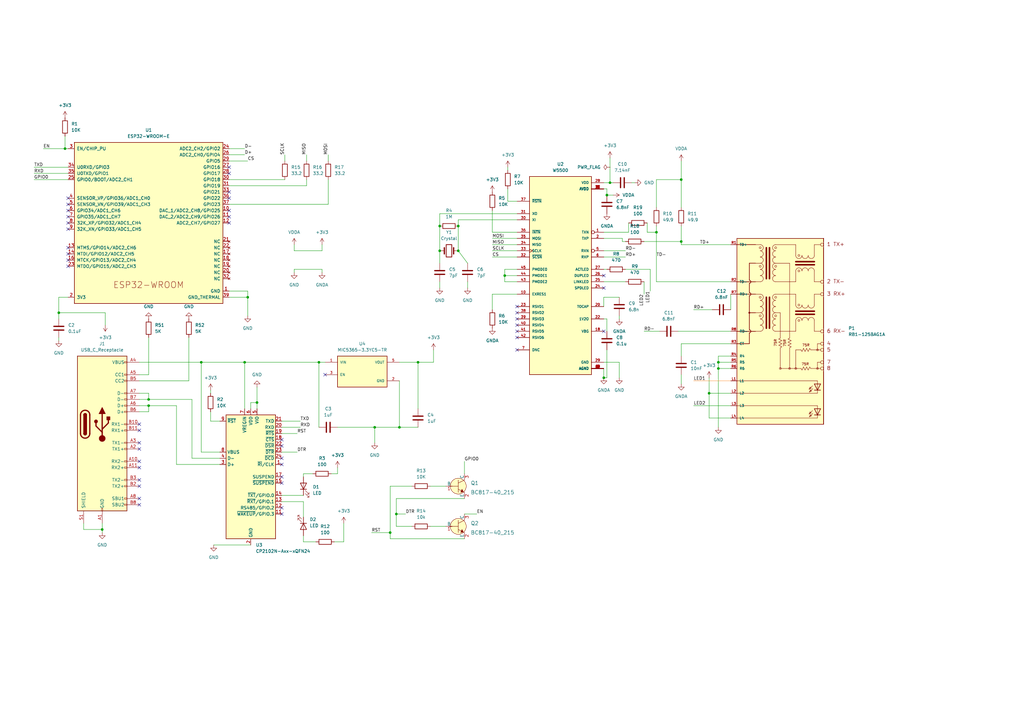
<source format=kicad_sch>
(kicad_sch (version 20211123) (generator eeschema)
  (paper "A3")
  (title_block (title "Bababooey Test Board") (rev "1"))
  (lib_symbols
    (symbol "Amplifier_Audio:W5500" (pin_names (offset 1.016))
      (property "Reference" "U" (at -12.7254 42.0116 0))
      (property "Value" "W5500" (at -12.7508 -43.3578 0))
      (symbol "W5500_0_0"
        (pin output inverted (at 17.78 17.78 180) (length 5.08) (name "TXN") (number "1"))
        (pin bidirectional line (at -17.78 -7.62 0) (length 5.08) (name "EXRES1") (number "10"))
        (pin power_in line (at 17.78 35.56 180) (length 5.08) (name "AVDD") (number "11"))
        (pin power_in line (at 17.78 -38.1 180) (length 5.08) (name "AGND") (number "14"))
        (pin power_in line (at 17.78 35.56 180) (length 5.08) (name "AVDD") (number "15"))
        (pin power_in line (at 17.78 -38.1 180) (length 5.08) (name "AGND") (number "16"))
        (pin power_in line (at 17.78 35.56 180) (length 5.08) (name "AVDD") (number "17"))
        (pin output line (at 17.78 -22.86 180) (length 5.08) (name "VBG") (number "18"))
        (pin power_in line (at 17.78 -38.1 180) (length 5.08) (name "AGND") (number "19"))
        (pin output line (at 17.78 15.24 180) (length 5.08) (name "TXP") (number "2"))
        (pin output line (at 17.78 -12.7 180) (length 5.08) (name "TOCAP") (number "20"))
        (pin power_in line (at 17.78 35.56 180) (length 5.08) (name "AVDD") (number "21"))
        (pin output line (at 17.78 -17.78 180) (length 5.08) (name "1V2O") (number "22"))
        (pin input line (at -17.78 -12.7 0) (length 5.08) (name "RSVD1") (number "23"))
        (pin output line (at 17.78 -5.08 180) (length 5.08) (name "SPDLED") (number "24"))
        (pin output line (at 17.78 -2.54 180) (length 5.08) (name "LINKLED") (number "25"))
        (pin output line (at 17.78 0 180) (length 5.08) (name "DUPLED") (number "26"))
        (pin output line (at 17.78 2.54 180) (length 5.08) (name "ACTLED") (number "27"))
        (pin power_in line (at 17.78 38.1 180) (length 5.08) (name "VDD") (number "28"))
        (pin passive line (at 17.78 -35.56 180) (length 5.08) (name "GND") (number "29"))
        (pin power_in line (at 17.78 -38.1 180) (length 5.08) (name "AGND") (number "3"))
        (pin input line (at -17.78 22.86 0) (length 5.08) (name "XI") (number "30"))
        (pin output line (at -17.78 25.4 0) (length 5.08) (name "XO") (number "31"))
        (pin input line (at -17.78 7.62 0) (length 5.08) (name "~{SCSN}") (number "32"))
        (pin input clock (at -17.78 10.16 0) (length 5.08) (name "SCLK") (number "33"))
        (pin output line (at -17.78 12.7 0) (length 5.08) (name "MISO") (number "34"))
        (pin input line (at -17.78 15.24 0) (length 5.08) (name "MOSI") (number "35"))
        (pin input line (at -17.78 17.78 0) (length 5.08) (name "~{INTN}") (number "36"))
        (pin input line (at -17.78 30.48 0) (length 5.08) (name "~{RSTN}") (number "37"))
        (pin input line (at -17.78 -15.24 0) (length 5.08) (name "RSVD2") (number "38"))
        (pin input line (at -17.78 -17.78 0) (length 5.08) (name "RSVD3") (number "39"))
        (pin power_in line (at 17.78 35.56 180) (length 5.08) (name "AVDD") (number "4"))
        (pin input line (at -17.78 -20.32 0) (length 5.08) (name "RSVD4") (number "40"))
        (pin input line (at -17.78 -22.86 0) (length 5.08) (name "RSVD5") (number "41"))
        (pin input line (at -17.78 -25.4 0) (length 5.08) (name "RSVD6") (number "42"))
        (pin input line (at -17.78 -2.54 0) (length 5.08) (name "PMODE2") (number "43"))
        (pin input line (at -17.78 0 0) (length 5.08) (name "PMODE1") (number "44"))
        (pin input line (at -17.78 2.54 0) (length 5.08) (name "PMODE0") (number "45"))
        (pin power_in line (at 17.78 -38.1 180) (length 5.08) (name "AGND") (number "48"))
        (pin input inverted (at 17.78 10.16 180) (length 5.08) (name "RXN") (number "5"))
        (pin input line (at 17.78 7.62 180) (length 5.08) (name "RXP") (number "6"))
        (pin bidirectional line (at -17.78 -30.48 0) (length 5.08) (name "DNC") (number "7"))
        (pin power_in line (at 17.78 35.56 180) (length 5.08) (name "AVDD") (number "8"))
        (pin power_in line (at 17.78 -38.1 180) (length 5.08) (name "AGND") (number "9"))
      )
    )
    (symbol "Connector:USB_C_Receptacle" (pin_names (offset 1.016))
      (property "Reference" "J" (at -10.16 29.21 0))
      (property "Value" "USB_C_Receptacle" (at 10.16 29.21 0))
      (symbol "USB_C_Receptacle_1_1"
        (pin passive line (at 0 -40.64 90) (length 5.08) (name "GND") (number "A1"))
        (pin bidirectional line (at 15.24 -15.24 180) (length 5.08) (name "RX2-") (number "A10"))
        (pin bidirectional line (at 15.24 -17.78 180) (length 5.08) (name "RX2+") (number "A11"))
        (pin passive line (at 0 -40.64 90) (length 5.08) hide (name "GND") (number "A12"))
        (pin bidirectional line (at 15.24 -10.16 180) (length 5.08) (name "TX1+") (number "A2"))
        (pin bidirectional line (at 15.24 -7.62 180) (length 5.08) (name "TX1-") (number "A3"))
        (pin passive line (at 15.24 25.4 180) (length 5.08) (name "VBUS") (number "A4"))
        (pin bidirectional line (at 15.24 20.32 180) (length 5.08) (name "CC1") (number "A5"))
        (pin bidirectional line (at 15.24 7.62 180) (length 5.08) (name "D+") (number "A6"))
        (pin bidirectional line (at 15.24 12.7 180) (length 5.08) (name "D-") (number "A7"))
        (pin bidirectional line (at 15.24 -30.48 180) (length 5.08) (name "SBU1") (number "A8"))
        (pin passive line (at 15.24 25.4 180) (length 5.08) hide (name "VBUS") (number "A9"))
        (pin passive line (at 0 -40.64 90) (length 5.08) hide (name "GND") (number "B1"))
        (pin bidirectional line (at 15.24 0 180) (length 5.08) (name "RX1-") (number "B10"))
        (pin bidirectional line (at 15.24 -2.54 180) (length 5.08) (name "RX1+") (number "B11"))
        (pin passive line (at 0 -40.64 90) (length 5.08) hide (name "GND") (number "B12"))
        (pin bidirectional line (at 15.24 -25.4 180) (length 5.08) (name "TX2+") (number "B2"))
        (pin bidirectional line (at 15.24 -22.86 180) (length 5.08) (name "TX2-") (number "B3"))
        (pin passive line (at 15.24 25.4 180) (length 5.08) hide (name "VBUS") (number "B4"))
        (pin bidirectional line (at 15.24 17.78 180) (length 5.08) (name "CC2") (number "B5"))
        (pin bidirectional line (at 15.24 5.08 180) (length 5.08) (name "D+") (number "B6"))
        (pin bidirectional line (at 15.24 10.16 180) (length 5.08) (name "D-") (number "B7"))
        (pin bidirectional line (at 15.24 -33.02 180) (length 5.08) (name "SBU2") (number "B8"))
        (pin passive line (at 15.24 25.4 180) (length 5.08) hide (name "VBUS") (number "B9"))
        (pin passive line (at -7.62 -40.64 90) (length 5.08) (name "SHIELD") (number "S1"))
      )
    )
    (symbol "Device:C" (pin_numbers hide) (pin_names (offset 0.254))
      (property "Reference" "C" (at 0.635 2.54 0))
      (property "Value" "C" (at 0.635 -2.54 0))
      (symbol "C_1_1"
        (pin passive line (at 0 3.81 270) (length 2.794) (name "~") (number "1"))
        (pin passive line (at 0 -3.81 90) (length 2.794) (name "~") (number "2"))
      )
    )
    (symbol "Device:Crystal" (pin_numbers hide) (pin_names (offset 1.016) hide)
      (property "Reference" "Y" (at 0 3.81 0))
      (property "Value" "Crystal" (at 0 -3.81 0))
      (symbol "Crystal_1_1"
        (pin passive line (at -3.81 0 0) (length 1.27) (name "1") (number "1"))
        (pin passive line (at 3.81 0 180) (length 1.27) (name "2") (number "2"))
      )
    )
    (symbol "Device:LED" (pin_numbers hide) (pin_names (offset 1.016) hide)
      (property "Reference" "D" (at 0 2.54 0))
      (property "Value" "LED" (at 0 -2.54 0))
      (symbol "LED_1_1"
        (pin passive line (at -3.81 0 0) (length 2.54) (name "K") (number "1"))
        (pin passive line (at 3.81 0 180) (length 2.54) (name "A") (number "2"))
      )
    )
    (symbol "Device:R" (pin_numbers hide) (pin_names (offset 0))
      (property "Reference" "R" (at 2.032 0 90))
      (property "Value" "R" (at 0 0 90))
      (symbol "R_1_1"
        (pin passive line (at 0 3.81 270) (length 1.27) (name "~") (number "1"))
        (pin passive line (at 0 -3.81 90) (length 1.27) (name "~") (number "2"))
      )
    )
    (symbol "Espressif:ESP32-WROOM-E" (pin_names (offset 1.016))
      (property "Reference" "U" (at -30.48 38.1 0))
      (property "Value" "ESP32-WROOM-E" (at -30.48 35.56 0))
      (symbol "ESP32-WROOM-E_1_1"
        (text "ESP32-­WROOM­" (at 0 -25.4 0) (effects (font (size 2.54 2.54))))
        (pin power_in line (at 33.02 -27.94 180) (length 2.54) (name "GND") (number "1"))
        (pin bidirectional line (at 33.02 5.08 180) (length 2.54) (name "DAC_1/ADC2_CH8/GPIO25") (number "10"))
        (pin bidirectional line (at 33.02 2.54 180) (length 2.54) (name "DAC_2/ADC2_CH9/GPIO26") (number "11"))
        (pin bidirectional line (at 33.02 0 180) (length 2.54) (name "ADC2_CH7/GPIO27") (number "12"))
        (pin bidirectional line (at -33.02 -10.16 0) (length 2.54) (name "MTMS/GPIO14/ADC2_CH6") (number "13"))
        (pin bidirectional line (at -33.02 -12.7 0) (length 2.54) (name "MTDI/GPIO12/ADC2_CH5") (number "14"))
        (pin passive line (at 33.02 -27.94 180) (length 2.54) hide (name "GND") (number "15"))
        (pin bidirectional line (at -33.02 -15.24 0) (length 2.54) (name "MTCK/GPIO13/ADC2_CH4") (number "16"))
        (pin no_connect line (at 33.02 -12.7 180) (length 2.54) (name "NC") (number "17"))
        (pin no_connect line (at 33.02 -15.24 180) (length 2.54) (name "NC") (number "18"))
        (pin no_connect line (at 33.02 -17.78 180) (length 2.54) (name "NC") (number "19"))
        (pin power_in line (at -33.02 -30.48 0) (length 2.54) (name "3V3") (number "2"))
        (pin no_connect line (at 33.02 -20.32 180) (length 2.54) (name "NC") (number "20"))
        (pin no_connect line (at 33.02 -7.62 180) (length 2.54) (name "NC") (number "21"))
        (pin no_connect line (at 33.02 -10.16 180) (length 2.54) (name "NC") (number "22"))
        (pin bidirectional line (at -33.02 -17.78 0) (length 2.54) (name "MTDO/GPIO15/ADC2_CH3") (number "23"))
        (pin bidirectional line (at 33.02 30.48 180) (length 2.54) (name "ADC2_CH2/GPIO2") (number "24"))
        (pin bidirectional line (at -33.02 17.78 0) (length 2.54) (name "GPIO0/BOOT/ADC2_CH1") (number "25"))
        (pin bidirectional line (at 33.02 27.94 180) (length 2.54) (name "ADC2_CH0/GPIO4") (number "26"))
        (pin bidirectional line (at 33.02 22.86 180) (length 2.54) (name "GPIO16") (number "27"))
        (pin bidirectional line (at 33.02 20.32 180) (length 2.54) (name "GPIO17") (number "28"))
        (pin bidirectional line (at 33.02 25.4 180) (length 2.54) (name "GPIO5") (number "29"))
        (pin input line (at -33.02 30.48 0) (length 2.54) (name "EN/CHIP_PU") (number "3"))
        (pin bidirectional line (at 33.02 17.78 180) (length 2.54) (name "GPIO18") (number "30"))
        (pin bidirectional line (at 33.02 15.24 180) (length 2.54) (name "GPIO19") (number "31"))
        (pin no_connect line (at 33.02 -22.86 180) (length 2.54) (name "NC") (number "32"))
        (pin bidirectional line (at 33.02 12.7 180) (length 2.54) (name "GPIO21") (number "33"))
        (pin bidirectional line (at -33.02 22.86 0) (length 2.54) (name "U0RXD/GPIO3") (number "34"))
        (pin bidirectional line (at -33.02 20.32 0) (length 2.54) (name "U0TXD/GPIO1") (number "35"))
        (pin bidirectional line (at 33.02 10.16 180) (length 2.54) (name "GPIO22") (number "36"))
        (pin bidirectional line (at 33.02 7.62 180) (length 2.54) (name "GPIO23") (number "37"))
        (pin passive line (at 33.02 -27.94 180) (length 2.54) hide (name "GND") (number "38"))
        (pin power_in line (at 33.02 -30.48 180) (length 2.54) (name "GND_THERMAL") (number "39"))
        (pin input line (at -33.02 10.16 0) (length 2.54) (name "SENSOR_VP/GPIO36/ADC1_CH0") (number "4"))
        (pin input line (at -33.02 7.62 0) (length 2.54) (name "SENSOR_VN/GPIO39/ADC1_CH3") (number "5"))
        (pin input line (at -33.02 5.08 0) (length 2.54) (name "GPIO34/ADC1_CH6") (number "6"))
        (pin input line (at -33.02 2.54 0) (length 2.54) (name "GPIO35/ADC1_CH7") (number "7"))
        (pin bidirectional line (at -33.02 0 0) (length 2.54) (name "32K_XP/GPIO32/ADC1_CH4") (number "8"))
        (pin bidirectional line (at -33.02 -2.54 0) (length 2.54) (name "32K_XN/GPIO33/ADC1_CH5") (number "9"))
      )
    )
    (symbol "Interface_USB:CP2102N-Axx-xQFN24"
      (property "Reference" "U" (at -8.89 26.67 0))
      (property "Value" "CP2102N-Axx-xQFN24" (at 13.97 26.67 0))
      (symbol "CP2102N-Axx-xQFN24_1_1"
        (pin bidirectional line (at 12.7 5.08 180) (length 2.54) (name "~{RI}/CLK") (number "1"))
        (pin no_connect line (at -10.16 -22.86 0) (length 2.54) hide (name "NC") (number "10"))
        (pin bidirectional line (at 12.7 -15.24 180) (length 2.54) (name "~{WAKEUP}/GPIO.3") (number "11"))
        (pin bidirectional line (at 12.7 -12.7 180) (length 2.54) (name "RS485/GPIO.2") (number "12"))
        (pin bidirectional line (at 12.7 -10.16 180) (length 2.54) (name "~{RXT}/GPIO.1") (number "13"))
        (pin bidirectional line (at 12.7 -7.62 180) (length 2.54) (name "~{TXT}/GPIO.0") (number "14"))
        (pin output line (at 12.7 -2.54 180) (length 2.54) (name "~{SUSPEND}") (number "15"))
        (pin no_connect line (at 10.16 -22.86 180) (length 2.54) hide (name "NC") (number "16"))
        (pin output line (at 12.7 0 180) (length 2.54) (name "SUSPEND") (number "17"))
        (pin input line (at 12.7 15.24 180) (length 2.54) (name "~{CTS}") (number "18"))
        (pin output line (at 12.7 17.78 180) (length 2.54) (name "~{RTS}") (number "19"))
        (pin power_in line (at 0 -27.94 90) (length 2.54) (name "GND") (number "2"))
        (pin input line (at 12.7 20.32 180) (length 2.54) (name "RXD") (number "20"))
        (pin output line (at 12.7 22.86 180) (length 2.54) (name "TXD") (number "21"))
        (pin input line (at 12.7 12.7 180) (length 2.54) (name "~{DSR}") (number "22"))
        (pin output line (at 12.7 10.16 180) (length 2.54) (name "~{DTR}") (number "23"))
        (pin input line (at 12.7 7.62 180) (length 2.54) (name "~{DCD}") (number "24"))
        (pin passive line (at 0 -27.94 90) (length 2.54) hide (name "GND") (number "25"))
        (pin bidirectional line (at -12.7 5.08 0) (length 2.54) (name "D+") (number "3"))
        (pin bidirectional line (at -12.7 7.62 0) (length 2.54) (name "D-") (number "4"))
        (pin power_in line (at 2.54 27.94 270) (length 2.54) (name "VIO") (number "5"))
        (pin power_in line (at 0 27.94 270) (length 2.54) (name "VDD") (number "6"))
        (pin power_in line (at -2.54 27.94 270) (length 2.54) (name "VREGIN") (number "7"))
        (pin input line (at -12.7 10.16 0) (length 2.54) (name "VBUS") (number "8"))
        (pin input line (at -12.7 22.86 0) (length 2.54) (name "~{RST}") (number "9"))
      )
    )
    (symbol "MIC5365-3.3YC5-TR:MIC5365-3.3YC5-TR" (pin_names (offset 1.016))
      (property "Reference" "U" (at -10.16 6.35 0))
      (property "Value" "MIC5365-3.3YC5-TR" (at -10.16 -8.89 0))
      (symbol "MIC5365-3.3YC5-TR_0_0"
        (pin input line (at -15.24 2.54 0) (length 5.08) (name "VIN") (number "1"))
        (pin power_in line (at 15.24 -5.08 180) (length 5.08) (name "GND") (number "2"))
        (pin input line (at -15.24 -2.54 0) (length 5.08) (name "EN") (number "3"))
        (pin output line (at 15.24 2.54 180) (length 5.08) (name "VOUT") (number "5"))
      )
    )
    (symbol "RB1-125BAG1A:RB1-125BAG1A" (pin_names (offset 1.016))
      (property "Reference" "P" (at -17.8054 39.4208 0))
      (property "Value" "RB1-125BAG1A" (at -17.78 -40.64 0))
      (symbol "RB1-125BAG1A_0_0"
        (text "1 TX+" (at 19.0754 34.8488 0) (effects (font (size 1.524 1.524)) (justify left bottom)))
        (text "2 TX-" (at 19.0754 19.5834 0) (effects (font (size 1.524 1.524)) (justify left bottom)))
        (text "3 RX+" (at 19.0754 14.5034 0) (effects (font (size 1.524 1.524)) (justify left bottom)))
        (text "4" (at 19.0754 -5.842 0) (effects (font (size 1.524 1.524)) (justify left bottom)))
        (text "5" (at 19.0754 -8.382 0) (effects (font (size 1.524 1.524)) (justify left bottom)))
        (text "6 RX-" (at 19.0754 -0.762 0) (effects (font (size 1.524 1.524)) (justify left bottom)))
        (text "7" (at 19.0754 -13.4874 0) (effects (font (size 1.524 1.524)) (justify left bottom)))
        (text "75R" (at -1.397 -6.223 900) (effects (font (size 1.016 1.016)) (justify left bottom)))
        (text "75R" (at 2.413 -6.35 900) (effects (font (size 1.016 1.016)) (justify left bottom)))
        (text "75R" (at 8.636 -13.9954 0) (effects (font (size 1.016 1.016)) (justify left bottom)))
        (text "75R" (at 8.9154 -6.223 0) (effects (font (size 1.016 1.016)) (justify left bottom)))
        (text "8" (at 19.05 -16.002 0) (effects (font (size 1.524 1.524)) (justify left bottom)))
        (pin passive line (at -20.32 -20.32 0) (length 2.54) (name "L1") (number "L1"))
        (pin passive line (at -20.32 -25.4 0) (length 2.54) (name "L2") (number "L2"))
        (pin passive line (at -20.32 -30.48 0) (length 2.54) (name "L3") (number "L3"))
        (pin passive line (at -20.32 -35.56 0) (length 2.54) (name "L4") (number "L4"))
        (pin input line (at -20.32 35.56 0) (length 2.54) (name "TD+") (number "R1"))
        (pin input line (at -20.32 20.32 0) (length 2.54) (name "TD-") (number "R2"))
        (pin input line (at -20.32 -5.08 0) (length 2.54) (name "CT") (number "R3"))
        (pin input line (at -20.32 -10.16 0) (length 2.54) (name "R4") (number "R4"))
        (pin input line (at -20.32 -12.7 0) (length 2.54) (name "R5") (number "R5"))
        (pin input line (at -20.32 -15.24 0) (length 2.54) (name "R6") (number "R6"))
        (pin input line (at -20.32 15.24 0) (length 2.54) (name "RD+") (number "R7"))
        (pin input line (at -20.32 0 0) (length 2.54) (name "RD-") (number "R8"))
      )
    )
    (symbol "dk_Transistors-Bipolar-BJT-Single:BC817-40_215" (pin_names (offset 0))
      (property "Reference" "Q" (at -3.2004 4.2164 0))
      (property "Value" "BC817-40_215" (at 5.2324 0 90))
      (symbol "BC817-40_215_1_1"
        (pin input line (at -5.08 0 0) (length 2.54) (name "B") (number "1"))
        (pin passive line (at 2.54 -5.08 90) (length 2.54) (name "E") (number "2"))
        (pin passive line (at 2.54 5.08 270) (length 2.54) (name "C") (number "3"))
      )
    )
    (symbol "power:+3.3V" (power) (pin_names (offset 0))
      (property "Value" "+3.3V" (at 0 3.556 0))
      (symbol "+3.3V_1_1"
        (pin power_in line (at 0 0 90) (length 0) hide (name "+3V3") (number "1"))
      )
    )
    (symbol "power:GND" (power) (pin_names (offset 0))
      (property "Value" "GND" (at 0 -3.81 0))
      (symbol "GND_1_1"
        (pin power_in line (at 0 0 270) (length 0) hide (name "GND") (number "1"))
      )
    )
    (symbol "power:GNDA" (power) (pin_names (offset 0))
      (property "Value" "GNDA" (at 0 -3.81 0))
      (symbol "GNDA_1_1"
        (pin power_in line (at 0 0 270) (length 0) hide (name "GNDA") (number "1"))
      )
    )
    (symbol "power:PWR_FLAG" (power) (pin_numbers hide) (pin_names (offset 0) hide)
      (property "Value" "PWR_FLAG" (at 0 3.81 0))
      (symbol "PWR_FLAG_0_0"
        (pin power_out line (at 0 0 90) (length 0) (name "pwr") (number "1"))
      )
    )
    (symbol "power:VDDA" (power) (pin_names (offset 0))
      (property "Value" "VDDA" (at 0 3.81 0))
      (symbol "VDDA_1_1"
        (pin power_in line (at 0 0 90) (length 0) hide (name "VDDA") (number "1"))
      )
    )
  )
  (junction (at 294.64 151.13))
  (junction (at 294.64 148.59))
  (junction (at 171.45 148.59))
  (junction (at 250.19 74.93))
  (junction (at 24.13 128.27))
  (junction (at 82.55 148.59))
  (junction (at 207.01 113.03))
  (junction (at 101.6 121.92))
  (junction (at 248.92 80.01))
  (junction (at 269.24 95.25))
  (junction (at 26.67 60.96))
  (junction (at 187.96 92.71))
  (junction (at 41.91 217.17))
  (junction (at 130.81 148.59))
  (junction (at 163.83 175.26))
  (junction (at 60.96 163.83))
  (junction (at 279.4 73.66))
  (junction (at 279.4 99.06))
  (junction (at 180.34 102.87))
  (junction (at 290.83 161.29))
  (junction (at 162.56 210.82))
  (junction (at 105.41 165.1))
  (junction (at 153.67 175.26))
  (junction (at 247.65 154.94))
  (junction (at 60.96 166.37))
  (junction (at 100.33 148.59))
  (junction (at 187.96 102.87))
  (junction (at 160.02 218.44))
  (junction (at 180.34 92.71))
  (no_connect (at 57.15 181.61))
  (no_connect (at 57.15 173.99))
  (no_connect (at 93.98 71.12))
  (no_connect (at 93.98 68.58))
  (no_connect (at 93.98 78.74))
  (no_connect (at 93.98 86.36))
  (no_connect (at 93.98 81.28))
  (no_connect (at 93.98 88.9))
  (no_connect (at 93.98 91.44))
  (no_connect (at 27.94 83.82))
  (no_connect (at 27.94 86.36))
  (no_connect (at 27.94 88.9))
  (no_connect (at 27.94 91.44))
  (no_connect (at 27.94 93.98))
  (no_connect (at 27.94 81.28))
  (no_connect (at 27.94 106.68))
  (no_connect (at 27.94 109.22))
  (no_connect (at 27.94 101.6))
  (no_connect (at 27.94 104.14))
  (no_connect (at 115.57 182.88))
  (no_connect (at 115.57 180.34))
  (no_connect (at 115.57 187.96))
  (no_connect (at 133.35 153.67))
  (no_connect (at 115.57 208.28))
  (no_connect (at 115.57 210.82))
  (no_connect (at 57.15 196.85))
  (no_connect (at 57.15 207.01))
  (no_connect (at 57.15 199.39))
  (no_connect (at 57.15 204.47))
  (no_connect (at 57.15 189.23))
  (no_connect (at 57.15 191.77))
  (no_connect (at 57.15 184.15))
  (no_connect (at 57.15 176.53))
  (no_connect (at 212.09 143.51))
  (no_connect (at 247.65 118.11))
  (no_connect (at 247.65 135.89))
  (no_connect (at 247.65 113.03))
  (no_connect (at 115.57 198.12))
  (no_connect (at 115.57 190.5))
  (no_connect (at 115.57 195.58))
  (no_connect (at 212.09 125.73))
  (no_connect (at 212.09 128.27))
  (no_connect (at 212.09 130.81))
  (no_connect (at 212.09 133.35))
  (no_connect (at 212.09 135.89))
  (no_connect (at 212.09 138.43))
  (wire (pts (xy 254 148.59) (xy 254 154.94)))
  (wire (pts (xy 294.64 151.13) (xy 294.64 175.26)))
  (wire (pts (xy 299.72 127) (xy 299.72 120.65)))
  (wire (pts (xy 24.13 128.27) (xy 24.13 130.81)))
  (wire (pts (xy 290.83 171.45) (xy 299.72 171.45)))
  (wire (pts (xy 190.5 220.98) (xy 160.02 220.98)))
  (wire (pts (xy 132.08 100.33) (xy 132.08 102.87)))
  (wire (pts (xy 162.56 210.82) (xy 162.56 215.9)))
  (wire (pts (xy 265.43 91.44) (xy 265.43 95.25)))
  (wire (pts (xy 201.93 120.65) (xy 201.93 127)))
  (wire (pts (xy 93.98 83.82) (xy 134.62 83.82)))
  (wire (pts (xy 105.41 158.75) (xy 105.41 165.1)))
  (wire (pts (xy 187.96 92.71) (xy 187.96 102.87)))
  (wire (pts (xy 299.72 140.97) (xy 279.4 140.97)))
  (wire (pts (xy 93.98 121.92) (xy 101.6 121.92)))
  (wire (pts (xy 284.48 156.21) (xy 299.72 156.21)) (stroke (width 0) (color 255 153 66 1)))
  (wire (pts (xy 134.62 83.82) (xy 134.62 73.66)))
  (wire (pts (xy 247.65 97.79) (xy 255.27 97.79)))
  (wire (pts (xy 41.91 214.63) (xy 41.91 217.17)))
  (wire (pts (xy 247.65 115.57) (xy 256.54 115.57)))
  (wire (pts (xy 250.19 74.93) (xy 251.46 74.93)))
  (wire (pts (xy 57.15 156.21) (xy 77.47 156.21)))
  (wire (pts (xy 162.56 204.47) (xy 162.56 210.82)))
  (wire (pts (xy 247.65 102.87) (xy 256.54 102.87)))
  (wire (pts (xy 86.36 168.91) (xy 86.36 172.72)))
  (wire (pts (xy 269.24 73.66) (xy 279.4 73.66)))
  (wire (pts (xy 86.36 172.72) (xy 90.17 172.72)))
  (wire (pts (xy 101.6 121.92) (xy 101.6 129.54)))
  (wire (pts (xy 264.16 99.06) (xy 279.4 99.06)))
  (wire (pts (xy 171.45 148.59) (xy 177.8 148.59)))
  (wire (pts (xy 100.33 148.59) (xy 100.33 167.64)))
  (wire (pts (xy 160.02 199.39) (xy 160.02 218.44)))
  (wire (pts (xy 90.17 187.96) (xy 78.74 187.96)))
  (wire (pts (xy 247.65 151.13) (xy 247.65 154.94)))
  (wire (pts (xy 259.08 74.93) (xy 260.35 74.93)))
  (wire (pts (xy 279.4 66.04) (xy 279.4 73.66)))
  (wire (pts (xy 115.57 172.72) (xy 123.19 172.72)))
  (wire (pts (xy 60.96 168.91) (xy 60.96 166.37)))
  (wire (pts (xy 17.78 60.96) (xy 26.67 60.96)))
  (wire (pts (xy 82.55 148.59) (xy 82.55 185.42)))
  (wire (pts (xy 60.96 163.83) (xy 78.74 163.83)))
  (wire (pts (xy 255.27 99.06) (xy 255.27 97.79)))
  (wire (pts (xy 93.98 76.2) (xy 125.73 76.2)))
  (wire (pts (xy 187.96 92.71) (xy 187.96 90.17)))
  (wire (pts (xy 125.73 63.5) (xy 125.73 66.04)))
  (wire (pts (xy 299.72 148.59) (xy 294.64 148.59)))
  (wire (pts (xy 279.4 153.67) (xy 279.4 157.48)))
  (wire (pts (xy 180.34 92.71) (xy 180.34 102.87)))
  (wire (pts (xy 180.34 87.63) (xy 180.34 92.71)))
  (wire (pts (xy 208.28 68.58) (xy 208.28 69.85)))
  (wire (pts (xy 201.93 105.41) (xy 212.09 105.41)))
  (wire (pts (xy 138.43 175.26) (xy 153.67 175.26)))
  (wire (pts (xy 124.46 219.71) (xy 124.46 222.25)))
  (wire (pts (xy 140.97 214.63) (xy 140.97 222.25)))
  (wire (pts (xy 124.46 194.31) (xy 128.27 194.31)))
  (wire (pts (xy 130.81 148.59) (xy 130.81 175.26)))
  (wire (pts (xy 279.4 92.71) (xy 279.4 99.06)))
  (wire (pts (xy 256.54 110.49) (xy 266.7 110.49)))
  (wire (pts (xy 248.92 154.94) (xy 247.65 154.94)))
  (wire (pts (xy 266.7 110.49) (xy 266.7 119.38)))
  (wire (pts (xy 125.73 73.66) (xy 125.73 76.2)))
  (wire (pts (xy 160.02 199.39) (xy 168.91 199.39)))
  (wire (pts (xy 60.96 161.29) (xy 60.96 163.83)))
  (wire (pts (xy 207.01 110.49) (xy 212.09 110.49)))
  (wire (pts (xy 13.97 68.58) (xy 27.94 68.58)))
  (wire (pts (xy 34.29 217.17) (xy 41.91 217.17)))
  (wire (pts (xy 116.84 66.04) (xy 116.84 63.5)))
  (wire (pts (xy 24.13 128.27) (xy 43.18 128.27)))
  (wire (pts (xy 102.87 165.1) (xy 105.41 165.1)))
  (wire (pts (xy 124.46 222.25) (xy 129.54 222.25)))
  (wire (pts (xy 207.01 115.57) (xy 212.09 115.57)))
  (wire (pts (xy 124.46 205.74) (xy 124.46 212.09)))
  (wire (pts (xy 72.39 190.5) (xy 90.17 190.5)))
  (wire (pts (xy 247.65 121.92) (xy 254 121.92)))
  (wire (pts (xy 57.15 161.29) (xy 60.96 161.29)))
  (wire (pts (xy 207.01 113.03) (xy 207.01 110.49)))
  (wire (pts (xy 57.15 163.83) (xy 60.96 163.83)))
  (wire (pts (xy 256.54 99.06) (xy 255.27 99.06)))
  (wire (pts (xy 41.91 217.17) (xy 41.91 218.44)))
  (wire (pts (xy 290.83 161.29) (xy 299.72 161.29)))
  (wire (pts (xy 120.65 100.33) (xy 120.65 102.87)))
  (wire (pts (xy 82.55 148.59) (xy 100.33 148.59)))
  (wire (pts (xy 279.4 73.66) (xy 279.4 85.09)))
  (wire (pts (xy 163.83 156.21) (xy 163.83 175.26)))
  (wire (pts (xy 140.97 222.25) (xy 137.16 222.25)))
  (wire (pts (xy 269.24 115.57) (xy 299.72 115.57)))
  (wire (pts (xy 247.65 105.41) (xy 256.54 105.41)))
  (wire (pts (xy 257.81 91.44) (xy 257.81 95.25)))
  (wire (pts (xy 163.83 175.26) (xy 171.45 175.26)))
  (wire (pts (xy 248.92 130.81) (xy 248.92 135.89)))
  (wire (pts (xy 93.98 66.04) (xy 101.6 66.04)))
  (wire (pts (xy 162.56 215.9) (xy 168.91 215.9)))
  (wire (pts (xy 290.83 161.29) (xy 290.83 171.45)))
  (wire (pts (xy 269.24 95.25) (xy 269.24 115.57)))
  (wire (pts (xy 93.98 60.96) (xy 100.33 60.96)))
  (wire (pts (xy 102.87 167.64) (xy 102.87 165.1)))
  (wire (pts (xy 248.92 143.51) (xy 248.92 154.94)))
  (wire (pts (xy 279.4 140.97) (xy 279.4 146.05)))
  (wire (pts (xy 93.98 63.5) (xy 100.33 63.5)))
  (wire (pts (xy 250.19 64.77) (xy 250.19 74.93)))
  (wire (pts (xy 130.81 148.59) (xy 133.35 148.59)))
  (wire (pts (xy 57.15 168.91) (xy 60.96 168.91)))
  (wire (pts (xy 60.96 138.43) (xy 60.96 153.67)))
  (wire (pts (xy 269.24 85.09) (xy 269.24 73.66)))
  (wire (pts (xy 299.72 146.05) (xy 294.64 146.05)))
  (wire (pts (xy 120.65 102.87) (xy 132.08 102.87)))
  (wire (pts (xy 264.16 135.89) (xy 270.51 135.89)))
  (wire (pts (xy 24.13 138.43) (xy 24.13 139.7)))
  (wire (pts (xy 247.65 95.25) (xy 257.81 95.25)))
  (wire (pts (xy 176.53 199.39) (xy 182.88 199.39)))
  (wire (pts (xy 13.97 71.12) (xy 27.94 71.12)))
  (wire (pts (xy 171.45 148.59) (xy 171.45 167.64)))
  (wire (pts (xy 57.15 153.67) (xy 60.96 153.67)))
  (wire (pts (xy 60.96 166.37) (xy 72.39 166.37)))
  (wire (pts (xy 120.65 111.76) (xy 120.65 110.49)))
  (wire (pts (xy 247.65 148.59) (xy 254 148.59)))
  (wire (pts (xy 284.48 127) (xy 292.1 127)))
  (wire (pts (xy 247.65 110.49) (xy 248.92 110.49)))
  (wire (pts (xy 201.93 97.79) (xy 212.09 97.79)))
  (wire (pts (xy 13.97 73.66) (xy 27.94 73.66)))
  (wire (pts (xy 152.4 218.44) (xy 160.02 218.44)))
  (wire (pts (xy 93.98 119.38) (xy 101.6 119.38)))
  (wire (pts (xy 248.92 77.47) (xy 248.92 80.01)))
  (wire (pts (xy 57.15 166.37) (xy 60.96 166.37)))
  (wire (pts (xy 82.55 185.42) (xy 90.17 185.42)))
  (wire (pts (xy 254 129.54) (xy 254 130.81)))
  (wire (pts (xy 115.57 203.2) (xy 124.46 203.2)))
  (wire (pts (xy 190.5 204.47) (xy 162.56 204.47)))
  (wire (pts (xy 27.94 121.92) (xy 24.13 121.92)))
  (wire (pts (xy 34.29 214.63) (xy 34.29 217.17)))
  (wire (pts (xy 247.65 74.93) (xy 250.19 74.93)))
  (wire (pts (xy 177.8 143.51) (xy 177.8 148.59)))
  (wire (pts (xy 27.94 60.96) (xy 26.67 60.96)))
  (wire (pts (xy 124.46 195.58) (xy 124.46 194.31)))
  (wire (pts (xy 299.72 151.13) (xy 294.64 151.13)))
  (wire (pts (xy 207.01 115.57) (xy 207.01 113.03)))
  (wire (pts (xy 191.77 115.57) (xy 191.77 118.11)))
  (wire (pts (xy 190.5 210.82) (xy 195.58 210.82)))
  (wire (pts (xy 201.93 86.36) (xy 201.93 95.25)))
  (wire (pts (xy 212.09 95.25) (xy 201.93 95.25)))
  (wire (pts (xy 100.33 148.59) (xy 130.81 148.59)))
  (wire (pts (xy 284.48 166.37) (xy 299.72 166.37)))
  (wire (pts (xy 43.18 128.27) (xy 43.18 133.35)))
  (wire (pts (xy 251.46 80.01) (xy 248.92 80.01)))
  (wire (pts (xy 269.24 92.71) (xy 269.24 95.25)))
  (wire (pts (xy 24.13 121.92) (xy 24.13 128.27)))
  (wire (pts (xy 101.6 119.38) (xy 101.6 121.92)))
  (wire (pts (xy 207.01 113.03) (xy 212.09 113.03)))
  (wire (pts (xy 190.5 189.23) (xy 190.5 194.31)))
  (wire (pts (xy 138.43 194.31) (xy 135.89 194.31)))
  (wire (pts (xy 264.16 115.57) (xy 264.16 120.65)))
  (wire (pts (xy 57.15 148.59) (xy 82.55 148.59)))
  (wire (pts (xy 153.67 175.26) (xy 163.83 175.26)))
  (wire (pts (xy 294.64 148.59) (xy 294.64 151.13)))
  (wire (pts (xy 78.74 163.83) (xy 78.74 187.96)))
  (wire (pts (xy 26.67 55.88) (xy 26.67 60.96)))
  (wire (pts (xy 279.4 100.33) (xy 299.72 100.33)))
  (wire (pts (xy 160.02 218.44) (xy 160.02 220.98)))
  (wire (pts (xy 77.47 138.43) (xy 77.47 156.21)))
  (wire (pts (xy 163.83 148.59) (xy 171.45 148.59)))
  (wire (pts (xy 180.34 102.87) (xy 180.34 107.95)))
  (wire (pts (xy 86.36 160.02) (xy 86.36 161.29)))
  (wire (pts (xy 247.65 77.47) (xy 248.92 77.47)))
  (wire (pts (xy 247.65 125.73) (xy 247.65 121.92)))
  (wire (pts (xy 187.96 90.17) (xy 212.09 90.17)))
  (wire (pts (xy 115.57 177.8) (xy 121.92 177.8)))
  (wire (pts (xy 115.57 175.26) (xy 123.19 175.26)))
  (wire (pts (xy 72.39 166.37) (xy 72.39 190.5)))
  (wire (pts (xy 102.87 223.52) (xy 87.63 223.52)))
  (wire (pts (xy 290.83 154.94) (xy 290.83 161.29)))
  (wire (pts (xy 208.28 77.47) (xy 208.28 82.55)))
  (wire (pts (xy 247.65 130.81) (xy 248.92 130.81)))
  (wire (pts (xy 134.62 63.5) (xy 134.62 66.04)))
  (wire (pts (xy 176.53 215.9) (xy 182.88 215.9)))
  (wire (pts (xy 265.43 95.25) (xy 269.24 95.25)))
  (wire (pts (xy 279.4 99.06) (xy 279.4 100.33)))
  (wire (pts (xy 294.64 146.05) (xy 294.64 148.59)))
  (wire (pts (xy 212.09 120.65) (xy 201.93 120.65)))
  (wire (pts (xy 180.34 115.57) (xy 180.34 118.11)))
  (wire (pts (xy 201.93 100.33) (xy 212.09 100.33)))
  (wire (pts (xy 153.67 175.26) (xy 153.67 181.61)))
  (wire (pts (xy 93.98 73.66) (xy 116.84 73.66)))
  (wire (pts (xy 212.09 87.63) (xy 180.34 87.63)))
  (wire (pts (xy 187.96 102.87) (xy 191.77 107.95)))
  (wire (pts (xy 212.09 82.55) (xy 208.28 82.55)))
  (wire (pts (xy 278.13 135.89) (xy 299.72 135.89)))
  (wire (pts (xy 138.43 191.77) (xy 138.43 194.31)))
  (wire (pts (xy 115.57 185.42) (xy 121.92 185.42)))
  (wire (pts (xy 201.93 102.87) (xy 212.09 102.87)))
  (wire (pts (xy 120.65 110.49) (xy 132.08 110.49)))
  (wire (pts (xy 105.41 165.1) (xy 105.41 167.64)))
  (wire (pts (xy 132.08 110.49) (xy 132.08 111.76)))
  (wire (pts (xy 162.56 210.82) (xy 166.37 210.82)))
  (wire (pts (xy 115.57 205.74) (xy 124.46 205.74)))
  (label "LED1" (at 284.48 156.21 0))
  (label "MOSI" (at 201.93 97.79 0))
  (label "MOSI" (at 134.62 63.5 90))
  (label "SCLK" (at 116.84 63.5 90))
  (label "MISO" (at 125.73 63.5 90))
  (label "MISO" (at 201.93 100.33 0))
  (label "SCLK" (at 201.93 102.87 0))
  (label "RD+" (at 284.48 127 0))
  (label "CS" (at 201.93 105.41 0))
  (label "TXD" (at 13.97 68.58 0))
  (label "CS" (at 101.6 66.04 0))
  (label "RD+" (at 256.54 105.41 0))
  (label "D-" (at 100.33 60.96 0))
  (label "RST" (at 152.4 218.44 0))
  (label "D+" (at 100.33 63.5 0))
  (label "EN" (at 17.78 60.96 0))
  (label "RST" (at 121.92 177.8 0))
  (label "EN" (at 195.58 210.82 0))
  (label "GPIO0" (at 13.97 73.66 0))
  (label "RXD" (at 13.97 71.12 0))
  (label "RD-" (at 264.16 135.89 0))
  (label "GPIO0" (at 190.5 189.23 0))
  (label "LED2" (at 284.48 166.37 0))
  (label "RD-" (at 256.54 102.87 0))
  (label "LED1" (at 266.7 119.38 270))
  (label "DTR" (at 166.37 210.82 0))
  (label "RXD" (at 123.19 175.26 0))
  (label "DTR" (at 121.92 185.42 0))
  (label "TD-" (at 269.24 105.41 0))
  (label "TD+" (at 287.02 100.33 0))
  (label "LED2" (at 264.16 120.65 270))
  (label "TXD" (at 123.19 172.72 0))
  (symbol (lib_id "power:GNDA") (at 132.08 111.76 0) (unit 1)
    (property "Reference" "#PWR04" (effects hide))
    (property "Value" "GNDA" (at 132.08 116.84 0))
  )
  (symbol (lib_id "power:VDDA") (at 279.4 66.04 0) (unit 1)
    (property "Reference" "#PWR0108" (effects hide))
    (property "Value" "VDDA" (at 279.4 60.96 0))
  )
  (symbol (lib_id "power:GND") (at 60.96 130.81 180) (unit 1)
    (property "Reference" "#PWR0128" (effects hide))
    (property "Value" "GND" (at 60.96 125.73 0))
  )
  (symbol (lib_id "power:+3.3V") (at 201.93 78.74 0) (unit 1)
    (property "Reference" "#PWR0103" (effects hide))
    (property "Value" "+3.3V" (at 201.93 73.66 0))
  )
  (symbol (lib_id "Device:R") (at 184.15 92.71 90) (unit 1)
    (property "Reference" "R4" (at 184.15 86.36 90))
    (property "Value" "1M" (at 184.15 88.9 90))
    (property "Footprint" "Capacitor_SMD:C_0603_1608Metric_Pad1.08x0.95mm_HandSolder" (effects hide))
  )
  (symbol (lib_id "power:GND") (at 24.13 139.7 0) (unit 1)
    (property "Reference" "#PWR0122" (effects hide))
    (property "Value" "GND" (at 24.13 144.78 0))
  )
  (symbol (lib_id "Device:R") (at 172.72 215.9 90) (unit 1)
    (property "Reference" "R14" (at 172.72 209.55 90))
    (property "Value" "10k" (at 172.72 212.09 90))
    (property "Footprint" "Capacitor_SMD:C_0805_2012Metric_Pad1.18x1.45mm_HandSolder" (effects hide))
  )
  (symbol (lib_id "Device:R") (at 208.28 73.66 0) (unit 1)
    (property "Reference" "R7" (at 210.82 72.3899 0) (effects (justify left)))
    (property "Value" "10K" (at 210.82 74.9299 0) (effects (justify left)))
    (property "Footprint" "Resistor_SMD:R_0805_2012Metric_Pad1.20x1.40mm_HandSolder" (effects hide))
  )
  (symbol (lib_id "power:GND") (at 101.6 129.54 0) (unit 1)
    (property "Reference" "#PWR0120" (effects hide))
    (property "Value" "GND" (at 101.6 134.62 0))
  )
  (symbol (lib_id "power:+3.3V") (at 250.19 64.77 0) (unit 1)
    (property "Reference" "#PWR0127" (effects hide))
    (property "Value" "+3.3V" (at 250.19 59.69 0))
  )
  (symbol (lib_id "power:PWR_FLAG") (at 250.19 68.58 90) (unit 1)
    (property "Reference" "#FLG0101" (effects hide))
    (property "Value" "PWR_FLAG" (at 246.38 68.5799 90) (effects (justify left)))
  )
  (symbol (lib_id "power:GND") (at 41.91 218.44 0) (unit 1)
    (property "Reference" "#PWR0117" (effects hide))
    (property "Value" "GND" (at 41.91 223.52 0))
  )
  (symbol (lib_id "power:+3.3V") (at 177.8 143.51 0) (unit 1)
    (property "Reference" "#PWR0124" (effects hide))
    (property "Value" "+3.3V" (at 177.8 138.43 0))
  )
  (symbol (lib_id "Device:C") (at 254 125.73 0) (unit 1)
    (property "Reference" "C9" (at 257.81 124.4599 0) (effects (justify left)))
    (property "Value" "6.8n" (at 257.81 126.9999 0) (effects (justify left)))
    (property "Footprint" "Capacitor_SMD:C_1812_4532Metric_Pad1.57x3.40mm_HandSolder" (effects hide))
  )
  (symbol (lib_id "power:+3.3V") (at 208.28 68.58 0) (unit 1)
    (property "Reference" "#PWR0104" (effects hide))
    (property "Value" "+3.3V" (at 208.28 63.5 0))
  )
  (symbol (lib_id "power:GND") (at 153.67 181.61 0) (unit 1)
    (property "Reference" "#PWR0130" (effects hide))
    (property "Value" "GND" (at 153.67 186.69 0))
  )
  (symbol (lib_id "power:+3.3V") (at 86.36 160.02 0) (unit 1)
    (property "Reference" "#PWR0119" (effects hide))
    (property "Value" "+3.3V" (at 86.36 154.94 0))
  )
  (symbol (lib_id "dk_Transistors-Bipolar-BJT-Single:BC817-40_215") (at 187.96 215.9 0) (unit 1)
    (property "Reference" "Q2" (at 193.04 214.63 0) (effects (font (size 1.524 1.524)) (justify left)))
    (property "Value" "BC817-40_215" (at 193.04 218.44 0) (effects (font (size 1.524 1.524)) (justify left)))
    (property "Footprint" "SOT95P230X110-3N:SOT95P230X110-3N" (effects hide))
    (property "Datasheet" "https://assets.nexperia.com/documents/data-sheet/BC817_SER.pdf" (effects hide))
    (property "Digi-Key_PN" "1727-2919-1-ND" (effects hide))
    (property "MPN" "BC817-40,215" (effects hide))
    (property "Category" "Discrete Semiconductor Products" (effects hide))
    (property "Family" "Transistors - Bipolar (BJT) - Single" (effects hide))
    (property "DK_Datasheet_Link" "https://assets.nexperia.com/documents/data-sheet/BC817_SER.pdf" (effects hide))
    (property "DK_Detail_Page" "/product-detail/en/nexperia-usa-inc/BC817-40,215/1727-2919-1-ND/763458" (effects hide))
    (property "Description" "TRANS NPN 45V 0.5A SOT23" (effects hide))
    (property "Manufacturer" "Nexperia USA Inc." (effects hide))
    (property "Status" "Active" (effects hide))
  )
  (symbol (lib_id "Device:LED") (at 124.46 199.39 90) (unit 1)
    (property "Reference" "D1" (at 128.27 199.7074 90) (effects (justify right)))
    (property "Value" "LED" (at 128.27 202.2474 90) (effects (justify right)))
    (property "Footprint" "LED_SMD:LED_0603_1608Metric" (effects hide))
  )
  (symbol (lib_id "Device:R") (at 269.24 88.9 0) (unit 1)
    (property "Reference" "R10" (at 271.78 87.6299 0) (effects (justify left)))
    (property "Value" "49.9" (at 271.78 90.1699 0) (effects (justify left)))
    (property "Footprint" "Capacitor_SMD:C_0603_1608Metric_Pad1.08x0.95mm_HandSolder" (effects hide))
  )
  (symbol (lib_id "Device:C") (at 279.4 149.86 0) (unit 1)
    (property "Reference" "C1" (at 283.21 148.5899 0) (effects (justify left)))
    (property "Value" "10nF" (at 283.21 151.1299 0) (effects (justify left)))
    (property "Footprint" "Capacitor_SMD:C_0603_1608Metric_Pad1.08x0.95mm_HandSolder" (effects hide))
  )
  (symbol (lib_id "Device:R") (at 77.47 134.62 0) (unit 1)
    (property "Reference" "R52" (at 80.01 133.3499 0) (effects (justify left)))
    (property "Value" "5K" (at 80.01 135.8899 0) (effects (justify left)))
    (property "Footprint" "Capacitor_SMD:C_0805_2012Metric_Pad1.18x1.45mm_HandSolder" (effects hide))
  )
  (symbol (lib_id "power:GNDA") (at 201.93 134.62 0) (unit 1)
    (property "Reference" "#PWR0109" (effects hide))
    (property "Value" "GNDA" (at 201.93 139.7 0))
  )
  (symbol (lib_id "power:+3.3V") (at 43.18 133.35 180) (unit 1)
    (property "Reference" "#PWR0123" (effects hide))
    (property "Value" "+3.3V" (at 43.18 138.43 0))
  )
  (symbol (lib_id "Device:R") (at 133.35 222.25 90) (unit 1)
    (property "Reference" "R12" (at 133.35 215.9 90))
    (property "Value" "100" (at 133.35 218.44 90))
    (property "Footprint" "Capacitor_SMD:C_0603_1608Metric_Pad1.08x0.95mm_HandSolder" (effects hide))
  )
  (symbol (lib_id "Device:C") (at 274.32 135.89 270) (unit 1)
    (property "Reference" "C11" (at 274.32 128.27 90))
    (property "Value" "6.8nF" (at 274.32 130.81 90))
    (property "Footprint" "Capacitor_SMD:C_1812_4532Metric_Pad1.57x3.40mm_HandSolder" (effects hide))
  )
  (symbol (lib_id "Amplifier_Audio:W5500") (at 229.87 113.03 0) (unit 1)
    (property "Reference" "U2" (at 229.87 67.31 0))
    (property "Value" "W5500" (at 229.87 69.85 0))
    (property "Footprint" "W5500 (3):QFP50P900X900X160-48N" (effects hide))
    (property "MF" "WIZnet" (effects hide))
    (property "PACKAGE" "LQFP-48 Victor Technologies" (effects hide))
    (property "AVAILABILITY" "Bad" (effects hide))
    (property "DESCRIPTION" "Victor Pure White Collection Wood Tidy Tower Organizer" (effects hide))
    (property "MP" "W5500" (effects hide))
    (property "STANDARD" "IPC-7351B" (effects hide))
    (property "PRICE" "90.48 USD" (effects hide))
  )
  (symbol (lib_id "power:GND") (at 180.34 118.11 0) (unit 1)
    (property "Reference" "#PWR0102" (effects hide))
    (property "Value" "GND" (at 180.34 123.19 0))
  )
  (symbol (lib_id "power:+3.3V") (at 140.97 214.63 0) (unit 1)
    (property "Reference" "#PWR0129" (effects hide))
    (property "Value" "+3.3V" (at 140.97 209.55 0))
  )
  (symbol (lib_id "Device:C") (at 248.92 139.7 0) (unit 1)
    (property "Reference" "C8" (at 252.73 138.4299 0) (effects (justify left)))
    (property "Value" "0.1u" (at 252.73 140.9699 0) (effects (justify left)))
    (property "Footprint" "Capacitor_SMD:C_0603_1608Metric_Pad1.08x0.95mm_HandSolder" (effects hide))
  )
  (symbol (lib_id "MIC5365-3.3YC5-TR:MIC5365-3.3YC5-TR") (at 148.59 151.13 0) (unit 1)
    (property "Reference" "U4" (at 148.59 140.97 0))
    (property "Value" "MIC5365-3.3YC5-TR" (at 148.59 143.51 0))
    (property "Footprint" "MIC5365-3:SOT65P210X110-5N" (effects hide))
    (property "STANDARD" "IPC 7351B" (effects hide))
    (property "PARTREV" "3.1 - July 16, 2013" (effects hide))
    (property "MANUFACTURER" "Micrel" (effects hide))
    (property "MAXIMUM_PACKAGE_HEIGHT" "1.10mm" (effects hide))
  )
  (symbol (lib_id "Espressif:ESP32-WROOM-E") (at 60.96 91.44 0) (unit 1)
    (property "Reference" "U1" (at 60.96 53.34 0))
    (property "Value" "ESP32-WROOM-E" (at 60.96 55.88 0))
    (property "Footprint" "Espressif:ESP32-WROOM-32E" (effects hide))
    (property "Datasheet" "https://www.espressif.com/sites/default/files/documentation/esp32-wroom-32e_esp32-wroom-32ue_datasheet_en.pdf" (effects hide))
  )
  (symbol (lib_id "power:+3.3V") (at 26.67 48.26 0) (unit 1)
    (property "Reference" "#PWR0121" (effects hide))
    (property "Value" "+3.3V" (at 26.67 43.18 0))
  )
  (symbol (lib_id "power:GND") (at 120.65 111.76 0) (unit 1)
    (property "Reference" "#PWR02" (effects hide))
    (property "Value" "GND" (at 120.65 116.84 0))
  )
  (symbol (lib_id "power:VDDA") (at 120.65 100.33 0) (unit 1)
    (property "Reference" "#PWR01" (effects hide))
    (property "Value" "VDDA" (at 120.65 95.25 0))
  )
  (symbol (lib_id "power:GNDA") (at 248.92 87.63 0) (unit 1)
    (property "Reference" "#PWR0105" (effects hide))
    (property "Value" "GNDA" (at 248.92 92.71 0))
  )
  (symbol (lib_id "Device:R") (at 172.72 199.39 90) (unit 1)
    (property "Reference" "R13" (at 172.72 193.04 90))
    (property "Value" "10K" (at 172.72 195.58 90))
    (property "Footprint" "Capacitor_SMD:C_0805_2012Metric_Pad1.18x1.45mm_HandSolder" (effects hide))
  )
  (symbol (lib_id "Device:R") (at 260.35 99.06 90) (unit 1)
    (property "Reference" "R18" (at 260.35 92.71 90))
    (property "Value" "100" (at 260.35 95.25 90))
    (property "Footprint" "Capacitor_SMD:C_0603_1608Metric_Pad1.08x0.95mm_HandSolder" (effects hide))
  )
  (symbol (lib_id "power:+3.3V") (at 138.43 191.77 0) (unit 1)
    (property "Reference" "#PWR0125" (effects hide))
    (property "Value" "+3.3V" (at 138.43 186.69 0))
  )
  (symbol (lib_id "power:VDDA") (at 251.46 80.01 270) (unit 1)
    (property "Reference" "#PWR0106" (effects hide))
    (property "Value" "VDDA" (at 255.27 80.0099 90) (effects (justify left)))
  )
  (symbol (lib_id "Device:C") (at 248.92 83.82 0) (unit 1)
    (property "Reference" "C7" (at 252.73 82.5499 0) (effects (justify left)))
    (property "Value" "6.8nF" (at 252.73 85.0899 0) (effects (justify left)))
    (property "Footprint" "Capacitor_SMD:C_1812_4532Metric_Pad1.57x3.40mm_HandSolder" (effects hide))
  )
  (symbol (lib_id "Device:R") (at 252.73 110.49 90) (unit 1)
    (property "Reference" "R8" (at 252.73 104.14 90))
    (property "Value" "470" (at 252.73 106.68 90))
    (property "Footprint" "Capacitor_SMD:C_0603_1608Metric_Pad1.08x0.95mm_HandSolder" (effects hide))
  )
  (symbol (lib_id "power:GND") (at 105.41 158.75 180) (unit 1)
    (property "Reference" "#PWR0126" (effects hide))
    (property "Value" "GND" (at 105.41 153.67 0))
  )
  (symbol (lib_id "Device:R") (at 116.84 69.85 0) (unit 1)
    (property "Reference" "R15" (at 119.38 68.5799 0) (effects (justify left)))
    (property "Value" "33.2" (at 119.38 71.1199 0) (effects (justify left)))
    (property "Footprint" "Capacitor_SMD:C_0805_2012Metric_Pad1.18x1.45mm_HandSolder" (effects hide))
  )
  (symbol (lib_id "Device:R") (at 60.96 134.62 0) (unit 1)
    (property "Reference" "R51" (at 63.5 133.3499 0) (effects (justify left)))
    (property "Value" "5K" (at 63.5 135.8899 0) (effects (justify left)))
    (property "Footprint" "Capacitor_SMD:C_0805_2012Metric_Pad1.18x1.45mm_HandSolder" (effects hide))
  )
  (symbol (lib_id "Device:R") (at 132.08 194.31 90) (unit 1)
    (property "Reference" "R3" (at 132.08 187.96 90))
    (property "Value" "100" (at 132.08 190.5 90))
    (property "Footprint" "Capacitor_SMD:C_0603_1608Metric_Pad1.08x0.95mm_HandSolder" (effects hide))
  )
  (symbol (lib_id "power:GND") (at 294.64 175.26 0) (unit 1)
    (property "Reference" "#PWR0115" (effects hide))
    (property "Value" "GND" (at 294.64 180.34 0))
  )
  (symbol (lib_id "Device:R") (at 279.4 88.9 0) (unit 1)
    (property "Reference" "R11" (at 281.94 87.6299 0) (effects (justify left)))
    (property "Value" "49.9" (at 281.94 90.1699 0) (effects (justify left)))
    (property "Footprint" "Capacitor_SMD:C_0603_1608Metric_Pad1.08x0.95mm_HandSolder" (effects hide))
  )
  (symbol (lib_id "Device:C") (at 295.91 127 270) (unit 1)
    (property "Reference" "C12" (at 295.91 119.38 90))
    (property "Value" "6.8nF" (at 295.91 121.92 90))
    (property "Footprint" "Capacitor_SMD:C_1812_4532Metric_Pad1.57x3.40mm_HandSolder" (effects hide))
  )
  (symbol (lib_id "Device:R") (at 201.93 130.81 180) (unit 1)
    (property "Reference" "R6" (at 204.47 129.5399 0) (effects (justify right)))
    (property "Value" "10K" (at 204.47 132.0799 0) (effects (justify right)))
    (property "Footprint" "Resistor_SMD:R_0805_2012Metric_Pad1.20x1.40mm_HandSolder" (effects hide))
  )
  (symbol (lib_id "Device:C") (at 171.45 171.45 180) (unit 1)
    (property "Reference" "C4" (at 175.26 170.1799 0) (effects (justify right)))
    (property "Value" "1uF" (at 175.26 172.7199 0) (effects (justify right)))
    (property "Footprint" "Capacitor_SMD:C_0603_1608Metric_Pad1.08x0.95mm_HandSolder" (effects hide))
  )
  (symbol (lib_id "Device:LED") (at 124.46 215.9 270) (unit 1)
    (property "Reference" "D2" (at 127 213.0424 90) (effects (justify left)))
    (property "Value" "LED" (at 127 215.5824 90) (effects (justify left)))
    (property "Footprint" "LED_SMD:LED_0603_1608Metric" (effects hide))
  )
  (symbol (lib_id "Device:Crystal") (at 184.15 102.87 0) (unit 1)
    (property "Reference" "Y1" (at 184.15 95.25 0))
    (property "Value" "Crystal" (at 184.15 97.79 0))
    (property "Footprint" "ECS-250-18-23A-EN-TR:XTAL_ECS-250-18-23A-EN-TR" (effects hide))
    (property "Datasheet" "https://ecsxtal.com/store/pdf/hc_49us.pdf" (effects hide))
  )
  (symbol (lib_id "power:+3.3V") (at 290.83 154.94 0) (unit 1)
    (property "Reference" "#PWR0114" (effects hide))
    (property "Value" "+3.3V" (at 290.83 149.86 0))
  )
  (symbol (lib_id "Device:C") (at 24.13 134.62 0) (unit 1)
    (property "Reference" "C2" (at 27.94 133.3499 0) (effects (justify left)))
    (property "Value" "0.1uF" (at 27.94 135.8899 0) (effects (justify left)))
    (property "Footprint" "Capacitor_SMD:C_0603_1608Metric_Pad1.08x0.95mm_HandSolder" (effects hide))
  )
  (symbol (lib_id "Connector:USB_C_Receptacle") (at 41.91 173.99 0) (unit 1)
    (property "Reference" "J1" (at 41.91 140.97 0))
    (property "Value" "USB_C_Receptacle" (at 41.91 143.51 0))
    (property "Footprint" "2012670005:MOLEX_2012670005" (effects hide))
    (property "Datasheet" "https://www.usb.org/sites/default/files/documents/usb_type-c.zip" (effects hide))
  )
  (symbol (lib_id "power:+3.3V") (at 132.08 100.33 0) (unit 1)
    (property "Reference" "#PWR03" (effects hide))
    (property "Value" "+3.3V" (at 132.08 95.25 0))
  )
  (symbol (lib_id "Device:C") (at 134.62 175.26 90) (unit 1)
    (property "Reference" "C3" (at 134.62 167.64 90))
    (property "Value" "1uF" (at 134.62 170.18 90))
    (property "Footprint" "Capacitor_SMD:C_0603_1608Metric_Pad1.08x0.95mm_HandSolder" (effects hide))
  )
  (symbol (lib_id "power:GND") (at 87.63 223.52 0) (unit 1)
    (property "Reference" "#PWR0118" (effects hide))
    (property "Value" "GND" (at 87.63 228.6 0))
  )
  (symbol (lib_id "Device:R") (at 26.67 52.07 0) (unit 1)
    (property "Reference" "R1" (at 29.21 50.7999 0) (effects (justify left)))
    (property "Value" "10K" (at 29.21 53.3399 0) (effects (justify left)))
    (property "Footprint" "Capacitor_SMD:C_0805_2012Metric_Pad1.18x1.45mm_HandSolder" (effects hide))
  )
  (symbol (lib_id "Device:R") (at 125.73 69.85 0) (unit 1)
    (property "Reference" "R16" (at 128.27 68.5799 0) (effects (justify left)))
    (property "Value" "33.2" (at 128.27 71.1199 0) (effects (justify left)))
    (property "Footprint" "Capacitor_SMD:C_0805_2012Metric_Pad1.18x1.45mm_HandSolder" (effects hide))
  )
  (symbol (lib_id "Device:R") (at 86.36 165.1 0) (unit 1)
    (property "Reference" "R2" (at 88.9 163.8299 0) (effects (justify left)))
    (property "Value" "10K" (at 88.9 166.3699 0) (effects (justify left)))
    (property "Footprint" "Capacitor_SMD:C_0805_2012Metric_Pad1.18x1.45mm_HandSolder" (effects hide))
  )
  (symbol (lib_id "RB1-125BAG1A:RB1-125BAG1A") (at 320.04 135.89 0) (unit 1)
    (property "Reference" "P1" (at 347.98 134.6199 0) (effects (justify left)))
    (property "Value" "RB1-125BAG1A" (at 347.98 137.1599 0) (effects (justify left)))
    (property "Footprint" "RB1-125BAG1A:WIZNET_RB1-125BAG1A" (effects hide))
    (property "MANUFACTURER" "WIZnet" (effects hide))
  )
  (symbol (lib_id "Device:C") (at 191.77 111.76 0) (unit 1)
    (property "Reference" "C6" (at 195.58 110.4899 0) (effects (justify left)))
    (property "Value" "7pF" (at 195.58 113.0299 0) (effects (justify left)))
    (property "Footprint" "Capacitor_SMD:C_0805_2012Metric_Pad1.18x1.45mm_HandSolder" (effects hide))
  )
  (symbol (lib_id "power:GND") (at 77.47 130.81 180) (unit 1)
    (property "Reference" "#PWR0116" (effects hide))
    (property "Value" "GND" (at 77.47 125.73 0))
  )
  (symbol (lib_id "power:GND") (at 191.77 118.11 0) (unit 1)
    (property "Reference" "#PWR0101" (effects hide))
    (property "Value" "GND" (at 191.77 123.19 0))
  )
  (symbol (lib_id "power:GNDA") (at 254 130.81 0) (unit 1)
    (property "Reference" "#PWR0112" (effects hide))
    (property "Value" "GNDA" (at 254 135.89 0))
  )
  (symbol (lib_id "Device:R") (at 134.62 69.85 0) (unit 1)
    (property "Reference" "R17" (at 137.16 68.5799 0) (effects (justify left)))
    (property "Value" "33.2" (at 137.16 71.1199 0) (effects (justify left)))
    (property "Footprint" "Capacitor_SMD:C_0805_2012Metric_Pad1.18x1.45mm_HandSolder" (effects hide))
  )
  (symbol (lib_id "Device:C") (at 255.27 74.93 90) (unit 1)
    (property "Reference" "C10" (at 255.27 67.31 90))
    (property "Value" "7.14nF" (at 255.27 69.85 90))
    (property "Footprint" "Capacitor_SMD:C_1206_3216Metric_Pad1.33x1.80mm_HandSolder" (effects hide))
  )
  (symbol (lib_id "Device:C") (at 180.34 111.76 0) (unit 1)
    (property "Reference" "C5" (at 184.15 110.4899 0) (effects (justify left)))
    (property "Value" "7pF" (at 184.15 113.0299 0) (effects (justify left)))
    (property "Footprint" "Capacitor_SMD:C_0805_2012Metric_Pad1.18x1.45mm_HandSolder" (effects hide))
  )
  (symbol (lib_id "dk_Transistors-Bipolar-BJT-Single:BC817-40_215") (at 187.96 199.39 0) (unit 1)
    (property "Reference" "Q1" (at 193.04 198.12 0) (effects (font (size 1.524 1.524)) (justify left)))
    (property "Value" "BC817-40_215" (at 193.04 201.93 0) (effects (font (size 1.524 1.524)) (justify left)))
    (property "Footprint" "SOT95P230X110-3N:SOT95P230X110-3N" (effects hide))
    (property "Datasheet" "https://assets.nexperia.com/documents/data-sheet/BC817_SER.pdf" (effects hide))
    (property "Digi-Key_PN" "1727-2919-1-ND" (effects hide))
    (property "MPN" "BC817-40,215" (effects hide))
    (property "Category" "Discrete Semiconductor Products" (effects hide))
    (property "Family" "Transistors - Bipolar (BJT) - Single" (effects hide))
    (property "DK_Datasheet_Link" "https://assets.nexperia.com/documents/data-sheet/BC817_SER.pdf" (effects hide))
    (property "DK_Detail_Page" "/product-detail/en/nexperia-usa-inc/BC817-40,215/1727-2919-1-ND/763458" (effects hide))
    (property "Description" "TRANS NPN 45V 0.5A SOT23" (effects hide))
    (property "Manufacturer" "Nexperia USA Inc." (effects hide))
    (property "Status" "Active" (effects hide))
  )
  (symbol (lib_id "power:GND") (at 260.35 74.93 90) (unit 1)
    (property "Reference" "#PWR0107" (effects hide))
    (property "Value" "GND" (at 264.16 74.9299 90) (effects (justify right)))
  )
  (symbol (lib_id "Device:R") (at 261.62 91.44 90) (unit 1)
    (property "Reference" "R19" (at 261.62 85.09 90))
    (property "Value" "100" (at 261.62 87.63 90))
    (property "Footprint" "Capacitor_SMD:C_0603_1608Metric_Pad1.08x0.95mm_HandSolder" (effects hide))
  )
  (symbol (lib_id "Device:R") (at 201.93 82.55 0) (unit 1)
    (property "Reference" "R5" (at 204.47 81.2799 0) (effects (justify left)))
    (property "Value" "10K" (at 204.47 83.8199 0) (effects (justify left)))
    (property "Footprint" "Resistor_SMD:R_0805_2012Metric_Pad1.20x1.40mm_HandSolder" (effects hide))
  )
  (symbol (lib_id "power:GNDA") (at 279.4 157.48 0) (unit 1)
    (property "Reference" "#PWR0113" (effects hide))
    (property "Value" "GNDA" (at 279.4 162.56 0))
  )
  (symbol (lib_id "power:GNDA") (at 247.65 154.94 0) (unit 1)
    (property "Reference" "#PWR0111" (effects hide))
    (property "Value" "GNDA" (at 247.65 160.02 0))
  )
  (symbol (lib_id "Interface_USB:CP2102N-Axx-xQFN24") (at 102.87 195.58 0) (unit 1)
    (property "Reference" "U3" (at 104.8894 223.52 0) (effects (justify left)))
    (property "Value" "CP2102N-Axx-xQFN24" (at 104.8894 226.06 0) (effects (justify left)))
    (property "Footprint" "CP2102N-A02-GQFN24:QFN50P400X400X80-25N" (effects hide))
    (property "Datasheet" "https://www.silabs.com/documents/public/data-sheets/cp2102n-datasheet.pdf" (effects hide))
  )
  (symbol (lib_id "power:GND") (at 254 154.94 0) (unit 1)
    (property "Reference" "#PWR0110" (effects hide))
    (property "Value" "GND" (at 254 160.02 0))
  )
  (symbol (lib_id "Device:R") (at 260.35 115.57 90) (unit 1)
    (property "Reference" "R9" (at 260.35 109.22 90))
    (property "Value" "470" (at 260.35 111.76 90))
    (property "Footprint" "Capacitor_SMD:C_0603_1608Metric_Pad1.08x0.95mm_HandSolder" (effects hide))
  )
)
</source>
